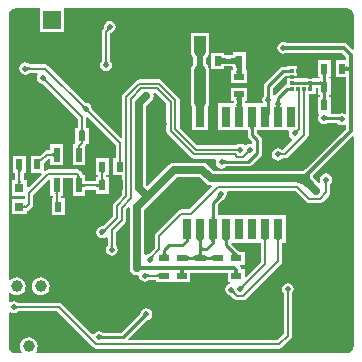
<source format=gbl>
G04*
G04 #@! TF.GenerationSoftware,Altium Limited,Altium Designer,19.0.14 (431)*
G04*
G04 Layer_Physical_Order=2*
G04 Layer_Color=16711680*
%FSAX25Y25*%
%MOIN*%
G70*
G01*
G75*
%ADD11C,0.00787*%
%ADD13C,0.01181*%
%ADD27R,0.02362X0.03543*%
%ADD28R,0.03543X0.02362*%
%ADD35R,0.05906X0.05906*%
%ADD36R,0.03937X0.03937*%
%ADD37R,0.04134X0.08661*%
%ADD70C,0.01575*%
%ADD71C,0.02756*%
%ADD73C,0.00984*%
%ADD74C,0.04000*%
%ADD75C,0.05906*%
%ADD76C,0.03902*%
%ADD77C,0.01968*%
%ADD78R,0.01378X0.01476*%
%ADD79R,0.01476X0.01378*%
%ADD80R,0.02200X0.05000*%
%ADD81R,0.03150X0.03150*%
%ADD82R,0.02756X0.07087*%
%ADD83R,0.03150X0.07087*%
G36*
X0822105Y0705922D02*
X0822894Y0705394D01*
X0823422Y0704605D01*
X0823594Y0703739D01*
X0823581Y0703673D01*
Y0692401D01*
X0823119Y0692210D01*
X0821336Y0693993D01*
X0820810Y0694345D01*
X0820189Y0694468D01*
X0801156D01*
X0800786Y0694716D01*
X0800012Y0694870D01*
X0799238Y0694716D01*
X0798581Y0694277D01*
X0798143Y0693621D01*
X0797989Y0692846D01*
X0798143Y0692072D01*
X0798581Y0691416D01*
X0799238Y0690977D01*
X0800012Y0690823D01*
X0800786Y0690977D01*
X0801156Y0691225D01*
X0801158Y0691225D01*
X0819517D01*
X0820930Y0689813D01*
Y0688728D01*
X0817516D01*
Y0683185D01*
X0820930D01*
Y0670989D01*
X0820488Y0670753D01*
X0820274Y0670897D01*
X0819500Y0671051D01*
X0819027Y0670957D01*
X0818417Y0670943D01*
X0816457D01*
X0815972Y0670980D01*
Y0676524D01*
X0815313D01*
Y0677123D01*
X0815972D01*
Y0682666D01*
X0815313D01*
Y0683185D01*
X0815972D01*
Y0688728D01*
X0811610D01*
Y0683185D01*
X0812270D01*
Y0682666D01*
X0811610D01*
Y0682655D01*
X0810805D01*
Y0682823D01*
X0807329D01*
Y0682655D01*
X0804801D01*
Y0682823D01*
X0801325D01*
Y0681164D01*
X0801291Y0680687D01*
X0800709Y0680571D01*
X0800216Y0680241D01*
X0797263Y0677288D01*
X0797112Y0677063D01*
X0796612Y0677214D01*
Y0679519D01*
X0800642Y0683549D01*
X0801325D01*
Y0683382D01*
X0804801D01*
Y0686760D01*
X0801325D01*
Y0686592D01*
X0800012D01*
X0799430Y0686476D01*
X0798936Y0686147D01*
X0794015Y0681225D01*
X0793685Y0680732D01*
X0793569Y0680150D01*
Y0676867D01*
X0793221Y0676347D01*
X0793067Y0675573D01*
X0793190Y0674957D01*
X0792894Y0674457D01*
X0787197D01*
X0787177Y0674579D01*
X0787169Y0674676D01*
Y0674993D01*
X0787178Y0675093D01*
X0787197Y0675213D01*
X0788118D01*
Y0679575D01*
X0782575D01*
Y0675213D01*
X0783496D01*
X0783515Y0675093D01*
X0783524Y0674993D01*
Y0674676D01*
X0783516Y0674579D01*
X0783496Y0674457D01*
X0778441D01*
Y0665370D01*
X0788156D01*
Y0663798D01*
X0788272Y0663216D01*
X0788601Y0662722D01*
X0789712Y0661612D01*
X0789687Y0661215D01*
X0789228Y0660865D01*
X0788988Y0660913D01*
X0788214Y0660759D01*
X0787558Y0660320D01*
X0787171D01*
X0786514Y0660759D01*
X0785740Y0660913D01*
X0784966Y0660759D01*
X0784310Y0660320D01*
X0784303Y0660311D01*
X0771467D01*
X0765523Y0666254D01*
Y0675606D01*
X0765415Y0676150D01*
X0765107Y0676611D01*
X0759776Y0681942D01*
X0759315Y0682250D01*
X0758772Y0682358D01*
X0752115D01*
X0751572Y0682250D01*
X0751111Y0681942D01*
X0746753Y0677584D01*
X0746445Y0677123D01*
X0746337Y0676579D01*
Y0663063D01*
X0745875Y0662871D01*
X0736186Y0672560D01*
X0736189Y0672571D01*
X0736034Y0673345D01*
X0735596Y0674001D01*
X0734940Y0674440D01*
X0734165Y0674594D01*
X0734154Y0674592D01*
X0721784Y0686962D01*
X0721323Y0687269D01*
X0720780Y0687378D01*
X0715524D01*
X0715517Y0687387D01*
X0714861Y0687826D01*
X0714087Y0687980D01*
X0713312Y0687826D01*
X0712656Y0687387D01*
X0712218Y0686731D01*
X0712064Y0685957D01*
X0712218Y0685183D01*
X0712656Y0684526D01*
X0713312Y0684088D01*
X0714087Y0683934D01*
X0714861Y0684088D01*
X0715517Y0684526D01*
X0715524Y0684536D01*
X0717995D01*
X0718262Y0684036D01*
X0718025Y0683680D01*
X0717871Y0682905D01*
X0718025Y0682131D01*
X0718463Y0681475D01*
X0719120Y0681036D01*
X0719894Y0680882D01*
X0719905Y0680885D01*
X0731563Y0669226D01*
Y0666287D01*
X0730803D01*
Y0660907D01*
X0730676Y0660716D01*
X0729860D01*
Y0653717D01*
X0734060D01*
Y0660255D01*
X0734297Y0660610D01*
X0734324Y0660744D01*
X0735165D01*
Y0666287D01*
X0734405D01*
Y0669614D01*
X0734901Y0669826D01*
X0744162Y0660565D01*
Y0656051D01*
X0743402D01*
Y0650508D01*
X0746337D01*
Y0643937D01*
X0743692Y0641292D01*
X0743384Y0640831D01*
X0743276Y0640287D01*
Y0636760D01*
X0739856Y0633340D01*
X0739777Y0633356D01*
X0739003Y0633202D01*
X0738347Y0632763D01*
X0737908Y0632107D01*
X0737754Y0631333D01*
X0737908Y0630558D01*
X0738347Y0629902D01*
X0739003Y0629464D01*
X0739777Y0629310D01*
X0740551Y0629464D01*
X0741006Y0629767D01*
X0741506Y0629517D01*
Y0627061D01*
X0741496Y0627054D01*
X0741058Y0626398D01*
X0740904Y0625624D01*
X0741058Y0624850D01*
X0741496Y0624193D01*
X0742153Y0623755D01*
X0742927Y0623601D01*
X0743701Y0623755D01*
X0744357Y0624193D01*
X0744796Y0624850D01*
X0744950Y0625624D01*
X0744796Y0626398D01*
X0744357Y0627054D01*
X0744348Y0627061D01*
Y0631586D01*
X0747276Y0634514D01*
X0747584Y0634975D01*
X0747693Y0635519D01*
Y0639046D01*
X0748450Y0639803D01*
X0748949Y0639596D01*
Y0619520D01*
X0749134Y0618592D01*
X0749660Y0617805D01*
X0750446Y0617280D01*
X0751374Y0617095D01*
X0751486Y0617117D01*
X0751976Y0616705D01*
X0752080Y0616186D01*
X0752518Y0615530D01*
X0753175Y0615092D01*
X0753949Y0614937D01*
X0754723Y0615092D01*
X0755379Y0615530D01*
X0755386Y0615540D01*
X0757673D01*
Y0614681D01*
X0763216D01*
Y0614681D01*
X0763579D01*
Y0614681D01*
X0769122D01*
Y0617914D01*
X0781689D01*
Y0614681D01*
X0782225D01*
X0782275Y0614181D01*
X0781918Y0614110D01*
X0781262Y0613672D01*
X0780824Y0613015D01*
X0780669Y0612241D01*
X0780824Y0611467D01*
X0781262Y0610811D01*
X0781918Y0610372D01*
X0782693Y0610218D01*
X0782704Y0610220D01*
X0783750Y0609174D01*
X0784211Y0608866D01*
X0784755Y0608758D01*
X0786725D01*
X0787269Y0608866D01*
X0787730Y0609174D01*
X0799343Y0620787D01*
X0799651Y0621248D01*
X0799760Y0621792D01*
Y0627969D01*
X0800913D01*
Y0637055D01*
X0778206D01*
Y0640670D01*
X0779691Y0642154D01*
X0779753Y0642202D01*
X0779755Y0642203D01*
X0779766Y0642209D01*
X0780022Y0642260D01*
X0780678Y0642698D01*
X0781117Y0643354D01*
X0781271Y0644129D01*
X0781180Y0644586D01*
X0781550Y0645086D01*
X0804152D01*
X0807691Y0641546D01*
X0808152Y0641238D01*
X0808696Y0641130D01*
X0812194D01*
X0812738Y0641238D01*
X0813199Y0641546D01*
X0815288Y0643636D01*
X0815596Y0644097D01*
X0815705Y0644641D01*
Y0647512D01*
X0815714Y0647518D01*
X0816153Y0648175D01*
X0816307Y0648949D01*
X0816153Y0649723D01*
X0815714Y0650379D01*
X0815058Y0650818D01*
X0814283Y0650972D01*
X0813509Y0650818D01*
X0812853Y0650379D01*
X0812414Y0649723D01*
X0812260Y0648949D01*
X0812414Y0648175D01*
X0812574Y0647935D01*
X0812544Y0647836D01*
X0811977Y0647696D01*
X0810399Y0649274D01*
X0810271Y0649423D01*
X0810067Y0649695D01*
X0809925Y0649922D01*
X0809842Y0650094D01*
X0809840Y0650101D01*
X0810372Y0650717D01*
X0823119Y0663463D01*
X0823581Y0663272D01*
Y0593437D01*
X0823594Y0593371D01*
X0823422Y0592506D01*
X0822894Y0591716D01*
X0822105Y0591188D01*
X0821239Y0591016D01*
X0821173Y0591029D01*
X0717776D01*
X0717529Y0591529D01*
X0717806Y0591890D01*
X0718103Y0592608D01*
X0718205Y0593378D01*
X0718103Y0594148D01*
X0717806Y0594866D01*
X0717333Y0595482D01*
X0716716Y0595956D01*
X0715999Y0596253D01*
X0715228Y0596354D01*
X0714458Y0596253D01*
X0713740Y0595956D01*
X0713124Y0595482D01*
X0712651Y0594866D01*
X0712354Y0594148D01*
X0712252Y0593378D01*
X0712354Y0592608D01*
X0712651Y0591890D01*
X0712927Y0591529D01*
X0712681Y0591029D01*
X0710937D01*
X0710871Y0591016D01*
X0710006Y0591188D01*
X0709216Y0591716D01*
X0708688Y0592506D01*
X0708516Y0593371D01*
X0708529Y0593437D01*
Y0604598D01*
X0709029Y0604857D01*
X0709474Y0604560D01*
X0710248Y0604406D01*
X0711022Y0604560D01*
X0711679Y0604999D01*
X0711685Y0605008D01*
X0724702D01*
X0736703Y0593007D01*
X0737164Y0592699D01*
X0737708Y0592591D01*
X0798625D01*
X0799169Y0592699D01*
X0799630Y0593007D01*
X0802588Y0595965D01*
X0802896Y0596426D01*
X0803004Y0596969D01*
Y0610996D01*
X0803013Y0611002D01*
X0803452Y0611659D01*
X0803606Y0612433D01*
X0803452Y0613207D01*
X0803013Y0613864D01*
X0802357Y0614302D01*
X0801583Y0614456D01*
X0800809Y0614302D01*
X0800152Y0613864D01*
X0799714Y0613207D01*
X0799560Y0612433D01*
X0799714Y0611659D01*
X0800152Y0611002D01*
X0800162Y0610996D01*
Y0597558D01*
X0798036Y0595433D01*
X0748612D01*
X0748420Y0595895D01*
X0754601Y0602076D01*
X0755215Y0602198D01*
X0755871Y0602636D01*
X0756310Y0603293D01*
X0756464Y0604067D01*
X0756310Y0604841D01*
X0755871Y0605498D01*
X0755215Y0605936D01*
X0754441Y0606090D01*
X0753667Y0605936D01*
X0753010Y0605498D01*
X0752572Y0604841D01*
X0752450Y0604227D01*
X0746134Y0597911D01*
X0739988D01*
X0739467Y0598259D01*
X0738693Y0598413D01*
X0737919Y0598259D01*
X0737262Y0597820D01*
X0737004Y0597433D01*
X0736388Y0597341D01*
X0726295Y0607434D01*
X0725834Y0607742D01*
X0725291Y0607850D01*
X0711685D01*
X0711679Y0607860D01*
X0711022Y0608298D01*
X0710248Y0608452D01*
X0709474Y0608298D01*
X0709029Y0608001D01*
X0708529Y0608260D01*
Y0611227D01*
X0709029Y0611397D01*
X0709124Y0611273D01*
X0709740Y0610801D01*
X0710458Y0610503D01*
X0711228Y0610402D01*
X0711999Y0610503D01*
X0712716Y0610801D01*
X0713333Y0611273D01*
X0713806Y0611890D01*
X0714103Y0612608D01*
X0714205Y0613378D01*
X0714103Y0614148D01*
X0713806Y0614866D01*
X0713333Y0615483D01*
X0712716Y0615955D01*
X0711999Y0616253D01*
X0711228Y0616354D01*
X0710458Y0616253D01*
X0709740Y0615955D01*
X0709124Y0615483D01*
X0709029Y0615359D01*
X0708529Y0615529D01*
Y0703673D01*
X0708516Y0703739D01*
X0708688Y0704605D01*
X0709216Y0705394D01*
X0710006Y0705922D01*
X0710871Y0706094D01*
X0710937Y0706081D01*
X0718477D01*
X0718964Y0706051D01*
X0718964Y0705581D01*
Y0698146D01*
X0726870D01*
X0726870Y0706051D01*
X0727358Y0706081D01*
X0821173D01*
X0821239Y0706094D01*
X0822105Y0705922D01*
D02*
G37*
G36*
X0800739Y0693517D02*
X0800773Y0693500D01*
X0800816Y0693485D01*
X0800869Y0693472D01*
X0800932Y0693462D01*
X0801086Y0693446D01*
X0801279Y0693438D01*
X0801390Y0693437D01*
Y0692256D01*
X0801279Y0692255D01*
X0800932Y0692231D01*
X0800869Y0692220D01*
X0800816Y0692208D01*
X0800773Y0692193D01*
X0800739Y0692176D01*
X0800715Y0692158D01*
Y0693535D01*
X0800739Y0693517D01*
D02*
G37*
G36*
X0714850Y0686590D02*
X0714914Y0686539D01*
X0714982Y0686495D01*
X0715055Y0686457D01*
X0715132Y0686424D01*
X0715213Y0686398D01*
X0715298Y0686377D01*
X0715388Y0686362D01*
X0715481Y0686353D01*
X0715579Y0686350D01*
Y0685563D01*
X0715481Y0685560D01*
X0715388Y0685551D01*
X0715298Y0685536D01*
X0715213Y0685516D01*
X0715132Y0685489D01*
X0715055Y0685457D01*
X0714982Y0685418D01*
X0714914Y0685374D01*
X0714850Y0685324D01*
X0714789Y0685268D01*
Y0686646D01*
X0714850Y0686590D01*
D02*
G37*
G36*
X0820866Y0687026D02*
X0820902Y0686925D01*
X0820961Y0686837D01*
X0821045Y0686760D01*
X0821152Y0686695D01*
X0821284Y0686642D01*
X0821439Y0686600D01*
X0821618Y0686571D01*
X0821820Y0686553D01*
X0822047Y0686547D01*
Y0685366D01*
X0821820Y0685360D01*
X0821618Y0685343D01*
X0821439Y0685313D01*
X0821284Y0685272D01*
X0821152Y0685218D01*
X0821045Y0685153D01*
X0820961Y0685077D01*
X0820902Y0684988D01*
X0820866Y0684888D01*
X0820854Y0684776D01*
Y0687138D01*
X0820866Y0687026D01*
D02*
G37*
G36*
X0814682Y0684187D02*
X0814598Y0684158D01*
X0814525Y0684108D01*
X0814461Y0684040D01*
X0814406Y0683951D01*
X0814362Y0683843D01*
X0814328Y0683715D01*
X0814303Y0683567D01*
X0814288Y0683400D01*
X0814283Y0683213D01*
X0813299D01*
X0813294Y0683400D01*
X0813280Y0683567D01*
X0813255Y0683715D01*
X0813221Y0683843D01*
X0813176Y0683951D01*
X0813122Y0684040D01*
X0813058Y0684108D01*
X0812984Y0684158D01*
X0812901Y0684187D01*
X0812807Y0684197D01*
X0814776D01*
X0814682Y0684187D01*
D02*
G37*
G36*
X0814288Y0682449D02*
X0814303Y0682280D01*
X0814328Y0682130D01*
X0814362Y0682001D01*
X0814406Y0681891D01*
X0814461Y0681802D01*
X0814525Y0681732D01*
X0814598Y0681682D01*
X0814682Y0681652D01*
X0814776Y0681642D01*
X0812807D01*
X0812901Y0681652D01*
X0812984Y0681682D01*
X0813058Y0681732D01*
X0813122Y0681802D01*
X0813176Y0681891D01*
X0813221Y0682001D01*
X0813255Y0682130D01*
X0813280Y0682280D01*
X0813294Y0682449D01*
X0813299Y0682638D01*
X0814283D01*
X0814288Y0682449D01*
D02*
G37*
G36*
X0720881Y0682814D02*
X0720891Y0682733D01*
X0720908Y0682653D01*
X0720932Y0682575D01*
X0720963Y0682497D01*
X0721002Y0682421D01*
X0721047Y0682346D01*
X0721100Y0682272D01*
X0721160Y0682200D01*
X0721228Y0682128D01*
X0720671Y0681572D01*
X0720599Y0681639D01*
X0720527Y0681699D01*
X0720453Y0681752D01*
X0720378Y0681797D01*
X0720302Y0681836D01*
X0720225Y0681867D01*
X0720146Y0681892D01*
X0720066Y0681909D01*
X0719986Y0681919D01*
X0719904Y0681921D01*
X0720878Y0682896D01*
X0720881Y0682814D01*
D02*
G37*
G36*
X0812634Y0680150D02*
X0812624Y0680243D01*
X0812593Y0680327D01*
X0812543Y0680401D01*
X0812473Y0680465D01*
X0812383Y0680519D01*
X0812274Y0680563D01*
X0812144Y0680597D01*
X0811995Y0680622D01*
X0811827Y0680637D01*
X0811638Y0680642D01*
Y0681626D01*
X0812622Y0681654D01*
X0812634Y0680150D01*
D02*
G37*
G36*
X0814682Y0678125D02*
X0814598Y0678095D01*
X0814525Y0678046D01*
X0814461Y0677977D01*
X0814406Y0677889D01*
X0814362Y0677780D01*
X0814328Y0677653D01*
X0814303Y0677505D01*
X0814288Y0677338D01*
X0814283Y0677151D01*
X0813299D01*
X0813294Y0677338D01*
X0813280Y0677505D01*
X0813255Y0677653D01*
X0813221Y0677780D01*
X0813176Y0677889D01*
X0813122Y0677977D01*
X0813058Y0678046D01*
X0812984Y0678095D01*
X0812901Y0678125D01*
X0812807Y0678135D01*
X0814776D01*
X0814682Y0678125D01*
D02*
G37*
G36*
X0795585Y0676910D02*
X0795600Y0676719D01*
X0795614Y0676635D01*
X0795632Y0676557D01*
X0795653Y0676487D01*
X0795679Y0676423D01*
X0795709Y0676367D01*
X0795742Y0676318D01*
X0795780Y0676276D01*
X0794402D01*
X0794439Y0676318D01*
X0794473Y0676367D01*
X0794502Y0676423D01*
X0794528Y0676487D01*
X0794549Y0676557D01*
X0794567Y0676635D01*
X0794581Y0676719D01*
X0794591Y0676811D01*
X0794598Y0677016D01*
X0795583D01*
X0795585Y0676910D01*
D02*
G37*
G36*
X0814288Y0676307D02*
X0814303Y0676137D01*
X0814328Y0675988D01*
X0814362Y0675858D01*
X0814406Y0675749D01*
X0814461Y0675659D01*
X0814525Y0675589D01*
X0814598Y0675539D01*
X0814682Y0675510D01*
X0814776Y0675500D01*
X0812807D01*
X0812901Y0675510D01*
X0812984Y0675539D01*
X0813058Y0675589D01*
X0813122Y0675659D01*
X0813176Y0675749D01*
X0813221Y0675858D01*
X0813255Y0675988D01*
X0813280Y0676137D01*
X0813294Y0676307D01*
X0813299Y0676496D01*
X0814283D01*
X0814288Y0676307D01*
D02*
G37*
G36*
X0798833Y0675588D02*
X0798848Y0675397D01*
X0798862Y0675313D01*
X0798880Y0675235D01*
X0798902Y0675165D01*
X0798928Y0675102D01*
X0798957Y0675045D01*
X0798991Y0674996D01*
X0799029Y0674954D01*
X0797651Y0674948D01*
X0797688Y0674990D01*
X0797721Y0675039D01*
X0797751Y0675096D01*
X0797776Y0675159D01*
X0797798Y0675230D01*
X0797815Y0675308D01*
X0797829Y0675392D01*
X0797839Y0675484D01*
X0797847Y0675689D01*
X0798831Y0675694D01*
X0798833Y0675588D01*
D02*
G37*
G36*
X0798834Y0674097D02*
X0798859Y0673835D01*
X0798881Y0673728D01*
X0798910Y0673638D01*
X0798944Y0673564D01*
X0798960Y0673542D01*
X0799029Y0673542D01*
X0798992Y0673501D01*
X0799033Y0673465D01*
X0799087Y0673441D01*
X0799147Y0673433D01*
X0798948D01*
X0798928Y0673395D01*
X0798902Y0673331D01*
X0798880Y0673261D01*
X0798862Y0673184D01*
X0798848Y0673099D01*
X0798839Y0673007D01*
X0798831Y0672803D01*
X0797847Y0672808D01*
X0797845Y0672914D01*
X0797829Y0673104D01*
X0797815Y0673189D01*
X0797798Y0673267D01*
X0797776Y0673337D01*
X0797751Y0673401D01*
X0797734Y0673433D01*
X0797531D01*
X0797591Y0673441D01*
X0797644Y0673465D01*
X0797689Y0673504D01*
X0797688Y0673506D01*
X0797651Y0673549D01*
X0797721Y0673548D01*
X0797733Y0673564D01*
X0797767Y0673638D01*
X0797796Y0673728D01*
X0797818Y0673835D01*
X0797834Y0673957D01*
X0797843Y0674097D01*
X0797847Y0674253D01*
X0798831D01*
X0798834Y0674097D01*
D02*
G37*
G36*
X0786772Y0676221D02*
X0786638Y0676173D01*
X0786520Y0676094D01*
X0786417Y0675983D01*
X0786331Y0675840D01*
X0786260Y0675665D01*
X0786205Y0675459D01*
X0786165Y0675221D01*
X0786142Y0674951D01*
X0786139Y0674834D01*
X0786142Y0674720D01*
X0786165Y0674453D01*
X0786204Y0674216D01*
X0786258Y0674012D01*
X0786328Y0673838D01*
X0786413Y0673697D01*
X0786514Y0673586D01*
X0786630Y0673508D01*
X0786762Y0673460D01*
X0786909Y0673445D01*
X0783784D01*
X0783931Y0673460D01*
X0784063Y0673508D01*
X0784179Y0673586D01*
X0784280Y0673697D01*
X0784365Y0673838D01*
X0784435Y0674012D01*
X0784489Y0674216D01*
X0784528Y0674453D01*
X0784551Y0674720D01*
X0784554Y0674834D01*
X0784551Y0674951D01*
X0784528Y0675221D01*
X0784488Y0675459D01*
X0784433Y0675665D01*
X0784362Y0675840D01*
X0784276Y0675983D01*
X0784173Y0676094D01*
X0784055Y0676173D01*
X0783921Y0676221D01*
X0783772Y0676237D01*
X0786921D01*
X0786772Y0676221D01*
D02*
G37*
G36*
X0795742Y0674828D02*
X0795709Y0674779D01*
X0795679Y0674722D01*
X0795653Y0674659D01*
X0795632Y0674588D01*
X0795614Y0674511D01*
X0795600Y0674426D01*
X0795591Y0674335D01*
X0795583Y0674130D01*
X0795579D01*
X0795571Y0673445D01*
X0794106Y0673433D01*
X0794200Y0673443D01*
X0794283Y0673474D01*
X0794357Y0673524D01*
X0794421Y0673594D01*
X0794475Y0673684D01*
X0794520Y0673793D01*
X0794554Y0673922D01*
X0794579Y0674072D01*
X0794593Y0674240D01*
X0794594Y0674264D01*
X0794581Y0674426D01*
X0794567Y0674511D01*
X0794549Y0674588D01*
X0794528Y0674659D01*
X0794502Y0674722D01*
X0794473Y0674779D01*
X0794439Y0674828D01*
X0794402Y0674870D01*
X0795780D01*
X0795742Y0674828D01*
D02*
G37*
G36*
X0733460Y0673838D02*
X0733532Y0673777D01*
X0733606Y0673725D01*
X0733681Y0673679D01*
X0733757Y0673640D01*
X0733834Y0673609D01*
X0733913Y0673585D01*
X0733992Y0673568D01*
X0734073Y0673558D01*
X0734156Y0673555D01*
X0733181Y0672581D01*
X0733178Y0672663D01*
X0733169Y0672744D01*
X0733151Y0672823D01*
X0733127Y0672902D01*
X0733096Y0672979D01*
X0733057Y0673055D01*
X0733012Y0673130D01*
X0732959Y0673204D01*
X0732899Y0673277D01*
X0732831Y0673348D01*
X0733388Y0673905D01*
X0733460Y0673838D01*
D02*
G37*
G36*
X0735152Y0672479D02*
X0735162Y0672398D01*
X0735179Y0672318D01*
X0735204Y0672240D01*
X0735235Y0672162D01*
X0735273Y0672086D01*
X0735319Y0672011D01*
X0735372Y0671938D01*
X0735432Y0671865D01*
X0735499Y0671794D01*
X0734942Y0671237D01*
X0734871Y0671304D01*
X0734798Y0671364D01*
X0734725Y0671417D01*
X0734650Y0671463D01*
X0734574Y0671501D01*
X0734496Y0671533D01*
X0734418Y0671557D01*
X0734338Y0671574D01*
X0734257Y0671584D01*
X0734175Y0671587D01*
X0735149Y0672561D01*
X0735152Y0672479D01*
D02*
G37*
G36*
X0814340Y0670073D02*
X0814389Y0670039D01*
X0814445Y0670010D01*
X0814508Y0669984D01*
X0814579Y0669963D01*
X0814656Y0669945D01*
X0814741Y0669931D01*
X0814833Y0669921D01*
X0815037Y0669913D01*
Y0668929D01*
X0814931Y0668927D01*
X0814741Y0668911D01*
X0814656Y0668898D01*
X0814579Y0668880D01*
X0814508Y0668858D01*
X0814445Y0668833D01*
X0814389Y0668803D01*
X0814340Y0668770D01*
X0814297Y0668732D01*
Y0670110D01*
X0814340Y0670073D01*
D02*
G37*
G36*
X0818580Y0668677D02*
X0818556Y0668725D01*
X0818524Y0668768D01*
X0818481Y0668806D01*
X0818430Y0668839D01*
X0818370Y0668866D01*
X0818300Y0668889D01*
X0818221Y0668906D01*
X0818134Y0668919D01*
X0818036Y0668927D01*
X0817930Y0668929D01*
X0818007Y0669913D01*
X0819129Y0669939D01*
X0818580Y0668677D01*
D02*
G37*
G36*
X0790568Y0666384D02*
X0790484Y0666354D01*
X0790410Y0666304D01*
X0790346Y0666235D01*
X0790292Y0666145D01*
X0790248Y0666035D01*
X0790214Y0665906D01*
X0790189Y0665757D01*
X0790174Y0665587D01*
X0790169Y0665398D01*
X0789185D01*
X0789180Y0665587D01*
X0789165Y0665757D01*
X0789141Y0665906D01*
X0789106Y0666035D01*
X0789062Y0666145D01*
X0789008Y0666235D01*
X0788944Y0666304D01*
X0788870Y0666354D01*
X0788786Y0666384D01*
X0788693Y0666394D01*
X0790661D01*
X0790568Y0666384D01*
D02*
G37*
G36*
X0733382Y0665911D02*
X0733394Y0665775D01*
X0733413Y0665655D01*
X0733441Y0665551D01*
X0733476Y0665463D01*
X0733520Y0665391D01*
X0733571Y0665335D01*
X0733630Y0665295D01*
X0733697Y0665271D01*
X0733772Y0665263D01*
X0732197D01*
X0732272Y0665271D01*
X0732339Y0665295D01*
X0732398Y0665335D01*
X0732449Y0665391D01*
X0732492Y0665463D01*
X0732528Y0665551D01*
X0732555Y0665655D01*
X0732575Y0665775D01*
X0732587Y0665911D01*
X0732590Y0666063D01*
X0733378D01*
X0733382Y0665911D01*
D02*
G37*
G36*
X0733547Y0661750D02*
X0733512Y0661732D01*
X0733480Y0661702D01*
X0733453Y0661660D01*
X0733430Y0661606D01*
X0733411Y0661539D01*
X0733397Y0661461D01*
X0733386Y0661371D01*
X0733380Y0661268D01*
X0733378Y0661154D01*
X0732590D01*
X0732588Y0661268D01*
X0732572Y0661461D01*
X0732557Y0661539D01*
X0732538Y0661606D01*
X0732515Y0661660D01*
X0732488Y0661702D01*
X0732457Y0661732D01*
X0732421Y0661750D01*
X0732382Y0661756D01*
X0733587D01*
X0733547Y0661750D01*
D02*
G37*
G36*
X0732354Y0660046D02*
X0732373Y0659710D01*
X0732378Y0659697D01*
X0732384Y0659692D01*
X0731535D01*
X0731541Y0659697D01*
X0731546Y0659710D01*
X0731551Y0659732D01*
X0731555Y0659762D01*
X0731561Y0659850D01*
X0731566Y0660129D01*
X0732353D01*
X0732354Y0660046D01*
D02*
G37*
G36*
X0811610Y0677123D02*
X0812270D01*
Y0676524D01*
X0811610D01*
Y0670980D01*
X0811648D01*
X0811916Y0670480D01*
X0811725Y0670195D01*
X0811571Y0669421D01*
X0811725Y0668647D01*
X0812164Y0667991D01*
X0812820Y0667552D01*
X0813595Y0667398D01*
X0814369Y0667552D01*
X0814889Y0667900D01*
X0817867D01*
X0818069Y0667597D01*
X0818726Y0667158D01*
X0819500Y0667004D01*
X0820274Y0667158D01*
X0820488Y0667302D01*
X0820930Y0667066D01*
Y0665861D01*
X0807985Y0652916D01*
X0807537Y0652499D01*
X0807047Y0652088D01*
X0806869Y0651957D01*
X0806729Y0651866D01*
X0806728Y0651865D01*
X0776886D01*
X0774840Y0653911D01*
X0774054Y0654437D01*
X0773126Y0654621D01*
X0763693D01*
X0763693Y0654621D01*
X0762765Y0654437D01*
X0761978Y0653911D01*
X0754764Y0646697D01*
X0754405Y0647055D01*
Y0673338D01*
X0756155Y0675089D01*
X0756681Y0675875D01*
X0756866Y0676803D01*
X0756739Y0677441D01*
X0757055Y0677883D01*
X0757563Y0677909D01*
X0761107Y0674365D01*
Y0665013D01*
X0761215Y0664469D01*
X0761523Y0664008D01*
X0769221Y0656310D01*
X0769682Y0656002D01*
X0770226Y0655894D01*
X0777449D01*
X0777654Y0655509D01*
X0777663Y0655394D01*
X0777516Y0654658D01*
X0777670Y0653883D01*
X0778109Y0653227D01*
X0778765Y0652788D01*
X0779539Y0652634D01*
X0780314Y0652788D01*
X0780970Y0653227D01*
X0781030Y0653317D01*
X0788439D01*
X0789021Y0653433D01*
X0789515Y0653763D01*
X0792540Y0656788D01*
X0792540Y0656788D01*
X0792870Y0657282D01*
X0792986Y0657864D01*
Y0662011D01*
X0792986Y0662011D01*
X0792870Y0662593D01*
X0792540Y0663087D01*
X0792540Y0663087D01*
X0791198Y0664428D01*
Y0665370D01*
X0801722D01*
X0802042Y0664870D01*
X0801930Y0664307D01*
X0802084Y0663533D01*
X0802523Y0662876D01*
X0802994Y0662562D01*
X0803118Y0661979D01*
X0800064Y0658924D01*
X0799599D01*
X0799589Y0658926D01*
X0799559Y0658931D01*
X0799534Y0658937D01*
X0799514Y0658943D01*
X0799498Y0658949D01*
X0799486Y0658955D01*
X0799476Y0658961D01*
X0799437Y0658985D01*
X0799354Y0659018D01*
X0799105Y0659184D01*
X0798331Y0659338D01*
X0797556Y0659184D01*
X0796900Y0658745D01*
X0796462Y0658089D01*
X0796308Y0657315D01*
X0796462Y0656541D01*
X0796900Y0655884D01*
X0797556Y0655446D01*
X0798331Y0655292D01*
X0799105Y0655446D01*
X0799761Y0655884D01*
X0799894Y0656082D01*
X0800652D01*
X0801196Y0656190D01*
X0801657Y0656498D01*
X0808054Y0662895D01*
X0808362Y0663356D01*
X0808470Y0663900D01*
Y0677378D01*
X0808738D01*
Y0677476D01*
X0810805D01*
Y0679612D01*
X0811610D01*
Y0677123D01*
D02*
G37*
G36*
X0789060Y0657908D02*
X0788978Y0657899D01*
X0788898Y0657883D01*
X0788818Y0657861D01*
X0788740Y0657833D01*
X0788663Y0657798D01*
X0788588Y0657757D01*
X0788513Y0657709D01*
X0788440Y0657654D01*
X0788368Y0657594D01*
X0788297Y0657527D01*
X0787690Y0658033D01*
X0787757Y0658105D01*
X0787816Y0658178D01*
X0787868Y0658252D01*
X0787912Y0658327D01*
X0787948Y0658403D01*
X0787976Y0658480D01*
X0787995Y0658558D01*
X0788008Y0658637D01*
X0788012Y0658717D01*
X0788008Y0658799D01*
X0789060Y0657908D01*
D02*
G37*
G36*
X0798957Y0658082D02*
X0799028Y0658043D01*
X0799103Y0658009D01*
X0799181Y0657979D01*
X0799262Y0657954D01*
X0799346Y0657934D01*
X0799433Y0657918D01*
X0799524Y0657906D01*
X0799618Y0657899D01*
X0799715Y0657897D01*
X0799884Y0657110D01*
X0799785Y0657106D01*
X0799691Y0657096D01*
X0799604Y0657079D01*
X0799522Y0657056D01*
X0799446Y0657025D01*
X0799376Y0656988D01*
X0799311Y0656945D01*
X0799253Y0656894D01*
X0799200Y0656837D01*
X0799152Y0656773D01*
X0798889Y0658126D01*
X0798957Y0658082D01*
D02*
G37*
G36*
X0780145Y0655439D02*
X0780194Y0655416D01*
X0780251Y0655396D01*
X0780314Y0655379D01*
X0780385Y0655364D01*
X0780548Y0655343D01*
X0780641Y0655336D01*
X0780848Y0655331D01*
X0781064Y0654347D01*
X0780958Y0654344D01*
X0780770Y0654325D01*
X0780688Y0654309D01*
X0780613Y0654287D01*
X0780546Y0654261D01*
X0780487Y0654230D01*
X0780436Y0654195D01*
X0780393Y0654155D01*
X0780357Y0654110D01*
X0780103Y0655464D01*
X0780145Y0655439D01*
D02*
G37*
G36*
X0814916Y0648186D02*
X0814866Y0648122D01*
X0814822Y0648053D01*
X0814783Y0647981D01*
X0814751Y0647904D01*
X0814724Y0647823D01*
X0814704Y0647737D01*
X0814689Y0647648D01*
X0814680Y0647554D01*
X0814677Y0647456D01*
X0813890D01*
X0813887Y0647554D01*
X0813878Y0647648D01*
X0813863Y0647737D01*
X0813842Y0647823D01*
X0813816Y0647904D01*
X0813783Y0647981D01*
X0813745Y0648053D01*
X0813701Y0648122D01*
X0813651Y0648186D01*
X0813595Y0648246D01*
X0814972D01*
X0814916Y0648186D01*
D02*
G37*
G36*
X0810050Y0651852D02*
X0809695Y0651492D01*
X0808817Y0650476D01*
X0808808Y0650454D01*
X0808780Y0650232D01*
X0808808Y0649987D01*
X0808891Y0649719D01*
X0809030Y0649430D01*
X0809225Y0649118D01*
X0809476Y0648784D01*
X0809782Y0648428D01*
X0810144Y0648049D01*
X0808181Y0646114D01*
X0807783Y0646485D01*
X0807369Y0646816D01*
X0806939Y0647108D01*
X0806493Y0647361D01*
X0806031Y0647576D01*
X0805552Y0647751D01*
X0805057Y0647888D01*
X0804547Y0647985D01*
X0804020Y0648043D01*
X0803477Y0648063D01*
X0806803Y0649441D01*
X0807651Y0649971D01*
X0806802Y0650819D01*
X0806924Y0650838D01*
X0807073Y0650894D01*
X0807248Y0650987D01*
X0807449Y0651118D01*
X0807677Y0651286D01*
X0808213Y0651735D01*
X0808854Y0652333D01*
X0809215Y0652688D01*
X0810050Y0651852D01*
D02*
G37*
G36*
X0779426Y0643161D02*
X0779379Y0643149D01*
X0779329Y0643130D01*
X0779276Y0643104D01*
X0779219Y0643071D01*
X0779159Y0643032D01*
X0779029Y0642931D01*
X0778959Y0642870D01*
X0778808Y0642727D01*
X0777953Y0643264D01*
X0778026Y0643340D01*
X0778146Y0643487D01*
X0778192Y0643557D01*
X0778230Y0643624D01*
X0778258Y0643690D01*
X0778278Y0643753D01*
X0778289Y0643815D01*
X0778291Y0643874D01*
X0778284Y0643931D01*
X0779426Y0643161D01*
D02*
G37*
G36*
X0777182Y0636838D02*
X0777197Y0636669D01*
X0777221Y0636519D01*
X0777256Y0636390D01*
X0777300Y0636280D01*
X0777354Y0636191D01*
X0777418Y0636121D01*
X0777492Y0636071D01*
X0777576Y0636041D01*
X0777669Y0636031D01*
X0775701D01*
X0775794Y0636041D01*
X0775878Y0636071D01*
X0775952Y0636121D01*
X0776016Y0636191D01*
X0776070Y0636280D01*
X0776114Y0636390D01*
X0776149Y0636519D01*
X0776173Y0636669D01*
X0776188Y0636838D01*
X0776193Y0637027D01*
X0777177D01*
X0777182Y0636838D01*
D02*
G37*
G36*
X0741132Y0632050D02*
X0741065Y0631979D01*
X0741005Y0631907D01*
X0740951Y0631833D01*
X0740904Y0631759D01*
X0740863Y0631683D01*
X0740829Y0631606D01*
X0740802Y0631527D01*
X0740782Y0631448D01*
X0740768Y0631367D01*
X0740760Y0631285D01*
X0739844Y0632315D01*
X0739926Y0632313D01*
X0740006Y0632319D01*
X0740086Y0632332D01*
X0740164Y0632354D01*
X0740241Y0632382D01*
X0740318Y0632419D01*
X0740393Y0632463D01*
X0740466Y0632515D01*
X0740539Y0632575D01*
X0740611Y0632642D01*
X0741132Y0632050D01*
D02*
G37*
G36*
X0799051Y0628984D02*
X0798984Y0628961D01*
X0798925Y0628921D01*
X0798874Y0628865D01*
X0798831Y0628793D01*
X0798795Y0628705D01*
X0798768Y0628601D01*
X0798748Y0628481D01*
X0798736Y0628345D01*
X0798732Y0628193D01*
X0797945D01*
X0797941Y0628345D01*
X0797929Y0628481D01*
X0797909Y0628601D01*
X0797882Y0628705D01*
X0797847Y0628793D01*
X0797803Y0628865D01*
X0797752Y0628921D01*
X0797693Y0628961D01*
X0797626Y0628984D01*
X0797551Y0628993D01*
X0799126D01*
X0799051Y0628984D01*
D02*
G37*
G36*
X0794721D02*
X0794654Y0628961D01*
X0794594Y0628921D01*
X0794543Y0628865D01*
X0794500Y0628793D01*
X0794465Y0628705D01*
X0794437Y0628601D01*
X0794417Y0628481D01*
X0794406Y0628345D01*
X0794402Y0628193D01*
X0793614D01*
X0793610Y0628345D01*
X0793598Y0628481D01*
X0793579Y0628601D01*
X0793551Y0628705D01*
X0793516Y0628793D01*
X0793472Y0628865D01*
X0793421Y0628921D01*
X0793362Y0628961D01*
X0793295Y0628984D01*
X0793221Y0628993D01*
X0794795D01*
X0794721Y0628984D01*
D02*
G37*
G36*
X0781907Y0628982D02*
X0781823Y0628953D01*
X0781749Y0628903D01*
X0781685Y0628833D01*
X0781631Y0628744D01*
X0781587Y0628634D01*
X0781552Y0628504D01*
X0781528Y0628355D01*
X0781513Y0628186D01*
X0781508Y0627996D01*
X0780524D01*
X0780519Y0628186D01*
X0780504Y0628355D01*
X0780479Y0628504D01*
X0780445Y0628634D01*
X0780401Y0628744D01*
X0780346Y0628833D01*
X0780282Y0628903D01*
X0780209Y0628953D01*
X0780125Y0628982D01*
X0780031Y0628993D01*
X0782000D01*
X0781907Y0628982D01*
D02*
G37*
G36*
X0777379D02*
X0777295Y0628953D01*
X0777221Y0628903D01*
X0777157Y0628833D01*
X0777103Y0628744D01*
X0777059Y0628634D01*
X0777025Y0628504D01*
X0777000Y0628355D01*
X0776985Y0628186D01*
X0776980Y0627996D01*
X0775996D01*
X0775991Y0628186D01*
X0775976Y0628355D01*
X0775952Y0628504D01*
X0775917Y0628634D01*
X0775873Y0628744D01*
X0775819Y0628833D01*
X0775755Y0628903D01*
X0775681Y0628953D01*
X0775597Y0628982D01*
X0775504Y0628993D01*
X0777472D01*
X0777379Y0628982D01*
D02*
G37*
G36*
X0773245D02*
X0773161Y0628953D01*
X0773088Y0628903D01*
X0773024Y0628833D01*
X0772969Y0628744D01*
X0772925Y0628634D01*
X0772891Y0628504D01*
X0772866Y0628355D01*
X0772851Y0628186D01*
X0772847Y0627996D01*
X0771862D01*
X0771857Y0628186D01*
X0771842Y0628355D01*
X0771818Y0628504D01*
X0771783Y0628634D01*
X0771739Y0628744D01*
X0771685Y0628833D01*
X0771621Y0628903D01*
X0771547Y0628953D01*
X0771464Y0628982D01*
X0771370Y0628993D01*
X0773339D01*
X0773245Y0628982D01*
D02*
G37*
G36*
X0743324Y0627018D02*
X0743332Y0626925D01*
X0743347Y0626835D01*
X0743368Y0626750D01*
X0743395Y0626669D01*
X0743427Y0626592D01*
X0743465Y0626519D01*
X0743510Y0626451D01*
X0743560Y0626387D01*
X0743616Y0626327D01*
X0742238D01*
X0742294Y0626387D01*
X0742344Y0626451D01*
X0742389Y0626519D01*
X0742427Y0626592D01*
X0742459Y0626669D01*
X0742486Y0626750D01*
X0742507Y0626835D01*
X0742521Y0626925D01*
X0742530Y0627018D01*
X0742533Y0627116D01*
X0743321D01*
X0743324Y0627018D01*
D02*
G37*
G36*
X0784037Y0624780D02*
X0784430Y0624442D01*
X0784615Y0624305D01*
X0784792Y0624189D01*
X0784963Y0624094D01*
X0785125Y0624020D01*
X0785281Y0623967D01*
X0785429Y0623935D01*
X0785569Y0623925D01*
X0782785D01*
X0782913Y0623932D01*
X0783012Y0623953D01*
X0783083Y0623988D01*
X0783125Y0624038D01*
X0783139Y0624102D01*
X0783125Y0624180D01*
X0783083Y0624272D01*
X0783012Y0624378D01*
X0782913Y0624498D01*
X0782785Y0624633D01*
X0783829Y0624981D01*
X0784037Y0624780D01*
D02*
G37*
G36*
X0772856Y0627010D02*
X0772886Y0626842D01*
X0772935Y0626695D01*
X0773004Y0626567D01*
X0773093Y0626459D01*
X0773201Y0626370D01*
X0773329Y0626301D01*
X0773476Y0626252D01*
X0773644Y0626222D01*
X0773831Y0626213D01*
Y0625228D01*
X0773644Y0625218D01*
X0773476Y0625189D01*
X0773329Y0625140D01*
X0773201Y0625071D01*
X0773093Y0624982D01*
X0773004Y0624874D01*
X0772935Y0624746D01*
X0772886Y0624598D01*
X0772873Y0624523D01*
X0772891Y0624413D01*
X0772925Y0624284D01*
X0772969Y0624174D01*
X0773024Y0624084D01*
X0773088Y0624015D01*
X0773161Y0623965D01*
X0773245Y0623935D01*
X0773339Y0623925D01*
X0771370D01*
X0771464Y0623935D01*
X0771547Y0623965D01*
X0771621Y0624015D01*
X0771685Y0624084D01*
X0771739Y0624174D01*
X0771783Y0624284D01*
X0771818Y0624413D01*
X0771842Y0624562D01*
X0771857Y0624732D01*
X0771862Y0624921D01*
X0772395D01*
X0771862Y0625721D01*
X0772847Y0627197D01*
X0772856Y0627010D01*
D02*
G37*
G36*
X0760942Y0624732D02*
X0760957Y0624562D01*
X0760981Y0624413D01*
X0761016Y0624284D01*
X0761060Y0624174D01*
X0761114Y0624084D01*
X0761178Y0624015D01*
X0761252Y0623965D01*
X0761336Y0623935D01*
X0761429Y0623925D01*
X0759461D01*
X0759554Y0623935D01*
X0759638Y0623965D01*
X0759712Y0624015D01*
X0759776Y0624084D01*
X0759830Y0624174D01*
X0759874Y0624284D01*
X0759908Y0624413D01*
X0759933Y0624562D01*
X0759948Y0624732D01*
X0759953Y0624921D01*
X0760937D01*
X0760942Y0624732D01*
D02*
G37*
G36*
X0774167Y0647726D02*
X0774954Y0647201D01*
X0775882Y0647016D01*
X0775882Y0647016D01*
X0776110D01*
X0776301Y0646555D01*
X0768797Y0639051D01*
X0766121D01*
X0765578Y0638943D01*
X0765117Y0638635D01*
X0757767Y0631285D01*
X0757459Y0630824D01*
X0757351Y0630280D01*
Y0626299D01*
X0755265Y0624214D01*
X0755256Y0624207D01*
X0755230Y0624189D01*
X0755207Y0624174D01*
X0755187Y0624164D01*
X0755170Y0624156D01*
X0755156Y0624151D01*
X0755144Y0624147D01*
X0755099Y0624136D01*
X0755024Y0624102D01*
X0754752Y0624048D01*
X0754299Y0623745D01*
X0753799Y0623996D01*
Y0638874D01*
X0764697Y0649772D01*
X0772122D01*
X0774167Y0647726D01*
D02*
G37*
G36*
X0756761Y0623144D02*
X0756694Y0623071D01*
X0756635Y0622998D01*
X0756585Y0622925D01*
X0756544Y0622850D01*
X0756512Y0622775D01*
X0756489Y0622700D01*
X0756475Y0622623D01*
X0756470Y0622547D01*
X0756474Y0622469D01*
X0756487Y0622391D01*
X0755333Y0623144D01*
X0755411Y0623162D01*
X0755489Y0623186D01*
X0755565Y0623215D01*
X0755641Y0623250D01*
X0755715Y0623290D01*
X0755789Y0623336D01*
X0755862Y0623387D01*
X0755934Y0623443D01*
X0756076Y0623572D01*
X0756761Y0623144D01*
D02*
G37*
G36*
X0776611Y0621783D02*
X0776601Y0621877D01*
X0776571Y0621961D01*
X0776521Y0622035D01*
X0776451Y0622098D01*
X0776362Y0622153D01*
X0776252Y0622197D01*
X0776123Y0622231D01*
X0775973Y0622256D01*
X0775804Y0622271D01*
X0775614Y0622276D01*
Y0623260D01*
X0775804Y0623265D01*
X0775973Y0623279D01*
X0776123Y0623304D01*
X0776252Y0623339D01*
X0776362Y0623383D01*
X0776451Y0623437D01*
X0776521Y0623501D01*
X0776571Y0623575D01*
X0776601Y0623659D01*
X0776611Y0623752D01*
Y0621783D01*
D02*
G37*
G36*
X0774124Y0623659D02*
X0774153Y0623575D01*
X0774203Y0623501D01*
X0774271Y0623437D01*
X0774360Y0623383D01*
X0774468Y0623339D01*
X0774596Y0623304D01*
X0774744Y0623279D01*
X0774911Y0623265D01*
X0775098Y0623260D01*
Y0622276D01*
X0774911Y0622271D01*
X0774744Y0622256D01*
X0774596Y0622231D01*
X0774468Y0622197D01*
X0774360Y0622153D01*
X0774271Y0622098D01*
X0774203Y0622035D01*
X0774153Y0621961D01*
X0774124Y0621877D01*
X0774114Y0621783D01*
Y0623752D01*
X0774124Y0623659D01*
D02*
G37*
G36*
X0770607Y0621783D02*
X0770597Y0621877D01*
X0770567Y0621961D01*
X0770517Y0622035D01*
X0770447Y0622098D01*
X0770358Y0622153D01*
X0770248Y0622197D01*
X0770119Y0622231D01*
X0769969Y0622256D01*
X0769800Y0622271D01*
X0769610Y0622276D01*
Y0623260D01*
X0769800Y0623265D01*
X0769969Y0623279D01*
X0770119Y0623304D01*
X0770248Y0623339D01*
X0770358Y0623383D01*
X0770447Y0623437D01*
X0770517Y0623501D01*
X0770567Y0623575D01*
X0770597Y0623659D01*
X0770607Y0623752D01*
Y0621783D01*
D02*
G37*
G36*
X0768120Y0623659D02*
X0768149Y0623575D01*
X0768199Y0623501D01*
X0768267Y0623437D01*
X0768356Y0623383D01*
X0768464Y0623339D01*
X0768592Y0623304D01*
X0768740Y0623279D01*
X0768907Y0623265D01*
X0769094Y0623260D01*
Y0622276D01*
X0768907Y0622271D01*
X0768740Y0622256D01*
X0768592Y0622231D01*
X0768464Y0622197D01*
X0768356Y0622153D01*
X0768267Y0622098D01*
X0768199Y0622035D01*
X0768149Y0621961D01*
X0768120Y0621877D01*
X0768110Y0621783D01*
Y0623752D01*
X0768120Y0623659D01*
D02*
G37*
G36*
X0752090Y0620202D02*
X0752123Y0620186D01*
X0752166Y0620172D01*
X0752219Y0620160D01*
X0752282Y0620149D01*
X0752436Y0620134D01*
X0752629Y0620127D01*
X0752740Y0620126D01*
X0752764Y0618945D01*
X0752653Y0618944D01*
X0752306Y0618919D01*
X0752243Y0618908D01*
X0752190Y0618894D01*
X0752146Y0618879D01*
X0752112Y0618862D01*
X0752088Y0618842D01*
X0752066Y0620220D01*
X0752090Y0620202D01*
D02*
G37*
G36*
X0785053Y0618677D02*
X0785085Y0618311D01*
X0785103Y0618222D01*
X0785126Y0618149D01*
X0785153Y0618092D01*
X0785185Y0618052D01*
X0785220Y0618027D01*
X0785260Y0618019D01*
X0783661D01*
X0783701Y0618027D01*
X0783736Y0618052D01*
X0783768Y0618092D01*
X0783795Y0618149D01*
X0783818Y0618222D01*
X0783837Y0618311D01*
X0783851Y0618417D01*
X0783868Y0618677D01*
X0783870Y0618831D01*
X0785051D01*
X0785053Y0618677D01*
D02*
G37*
G36*
X0766947Y0618986D02*
X0766965Y0618783D01*
X0766994Y0618604D01*
X0767035Y0618449D01*
X0767089Y0618318D01*
X0767154Y0618210D01*
X0767230Y0618127D01*
X0767319Y0618067D01*
X0767419Y0618031D01*
X0767531Y0618019D01*
X0765169D01*
X0765281Y0618031D01*
X0765382Y0618067D01*
X0765471Y0618127D01*
X0765547Y0618210D01*
X0765612Y0618318D01*
X0765665Y0618449D01*
X0765707Y0618604D01*
X0765736Y0618783D01*
X0765754Y0618986D01*
X0765760Y0619212D01*
X0766941D01*
X0766947Y0618986D01*
D02*
G37*
G36*
X0792587Y0621413D02*
X0787694Y0616520D01*
X0787232Y0616712D01*
Y0619043D01*
X0786040D01*
X0785959Y0619451D01*
X0785607Y0619977D01*
X0785460Y0620125D01*
X0785651Y0620587D01*
X0787232D01*
Y0624949D01*
X0785565D01*
X0785553Y0624952D01*
X0785501Y0624969D01*
X0785423Y0625005D01*
X0785320Y0625062D01*
X0785198Y0625142D01*
X0785067Y0625239D01*
X0784780Y0625486D01*
X0782797Y0627468D01*
X0783004Y0627969D01*
X0792587D01*
Y0621413D01*
D02*
G37*
G36*
X0754712Y0617593D02*
X0754776Y0617543D01*
X0754844Y0617499D01*
X0754917Y0617461D01*
X0754994Y0617428D01*
X0755075Y0617402D01*
X0755160Y0617381D01*
X0755250Y0617366D01*
X0755343Y0617357D01*
X0755441Y0617354D01*
Y0616567D01*
X0755343Y0616564D01*
X0755250Y0616555D01*
X0755160Y0616540D01*
X0755075Y0616520D01*
X0754994Y0616493D01*
X0754917Y0616461D01*
X0754844Y0616422D01*
X0754776Y0616378D01*
X0754712Y0616328D01*
X0754652Y0616272D01*
Y0617650D01*
X0754712Y0617593D01*
D02*
G37*
G36*
X0758685Y0616173D02*
X0758677Y0616248D01*
X0758654Y0616315D01*
X0758614Y0616374D01*
X0758559Y0616425D01*
X0758488Y0616468D01*
X0758402Y0616504D01*
X0758299Y0616532D01*
X0758181Y0616551D01*
X0758047Y0616563D01*
X0757898Y0616567D01*
Y0617354D01*
X0758047Y0617358D01*
X0758181Y0617370D01*
X0758299Y0617390D01*
X0758402Y0617417D01*
X0758488Y0617453D01*
X0758559Y0617496D01*
X0758614Y0617547D01*
X0758654Y0617606D01*
X0758677Y0617673D01*
X0758685Y0617748D01*
Y0616173D01*
D02*
G37*
G36*
X0787074Y0613334D02*
X0787007Y0613262D01*
X0786947Y0613190D01*
X0786894Y0613116D01*
X0786848Y0613041D01*
X0786810Y0612965D01*
X0786778Y0612888D01*
X0786754Y0612809D01*
X0786737Y0612729D01*
X0786727Y0612648D01*
X0786724Y0612566D01*
X0785750Y0613541D01*
X0785832Y0613544D01*
X0785913Y0613553D01*
X0785993Y0613570D01*
X0786071Y0613595D01*
X0786149Y0613626D01*
X0786225Y0613665D01*
X0786300Y0613710D01*
X0786373Y0613763D01*
X0786446Y0613823D01*
X0786517Y0613890D01*
X0787074Y0613334D01*
D02*
G37*
G36*
X0783680Y0612149D02*
X0783689Y0612068D01*
X0783707Y0611989D01*
X0783731Y0611910D01*
X0783762Y0611833D01*
X0783801Y0611757D01*
X0783847Y0611682D01*
X0783899Y0611608D01*
X0783959Y0611535D01*
X0784026Y0611464D01*
X0783470Y0610907D01*
X0783398Y0610975D01*
X0783326Y0611034D01*
X0783252Y0611087D01*
X0783177Y0611133D01*
X0783101Y0611172D01*
X0783024Y0611203D01*
X0782945Y0611227D01*
X0782865Y0611244D01*
X0782785Y0611254D01*
X0782702Y0611257D01*
X0783677Y0612231D01*
X0783680Y0612149D01*
D02*
G37*
G36*
X0711011Y0607062D02*
X0711075Y0607012D01*
X0711144Y0606967D01*
X0711216Y0606929D01*
X0711293Y0606897D01*
X0711374Y0606870D01*
X0711459Y0606849D01*
X0711549Y0606835D01*
X0711643Y0606826D01*
X0711741Y0606823D01*
Y0606035D01*
X0711643Y0606033D01*
X0711549Y0606024D01*
X0711459Y0606009D01*
X0711374Y0605988D01*
X0711293Y0605962D01*
X0711216Y0605929D01*
X0711144Y0605891D01*
X0711075Y0605847D01*
X0711011Y0605796D01*
X0710951Y0605740D01*
Y0607118D01*
X0711011Y0607062D01*
D02*
G37*
G36*
X0754431Y0603083D02*
X0754375Y0603079D01*
X0754316Y0603068D01*
X0754256Y0603049D01*
X0754193Y0603023D01*
X0754128Y0602988D01*
X0754060Y0602946D01*
X0753991Y0602896D01*
X0753919Y0602838D01*
X0753769Y0602699D01*
X0753073Y0603395D01*
X0753146Y0603471D01*
X0753270Y0603617D01*
X0753320Y0603686D01*
X0753362Y0603754D01*
X0753397Y0603819D01*
X0753423Y0603882D01*
X0753442Y0603942D01*
X0753453Y0604001D01*
X0753457Y0604057D01*
X0754431Y0603083D01*
D02*
G37*
G36*
X0739438Y0597041D02*
X0739487Y0597008D01*
X0739543Y0596978D01*
X0739607Y0596953D01*
X0739677Y0596931D01*
X0739755Y0596913D01*
X0739840Y0596900D01*
X0739931Y0596890D01*
X0740136Y0596882D01*
Y0595898D01*
X0740030Y0595896D01*
X0739840Y0595880D01*
X0739755Y0595866D01*
X0739677Y0595848D01*
X0739607Y0595827D01*
X0739543Y0595801D01*
X0739487Y0595772D01*
X0739438Y0595738D01*
X0739396Y0595701D01*
Y0597079D01*
X0739438Y0597041D01*
D02*
G37*
%LPC*%
G36*
X0787528Y0691386D02*
X0783165D01*
Y0690465D01*
X0783046Y0690445D01*
X0782946Y0690437D01*
X0780562D01*
X0780465Y0690445D01*
X0780342Y0690465D01*
Y0691189D01*
X0779372D01*
X0779334Y0691197D01*
X0779295Y0691189D01*
X0779242D01*
X0779222Y0691191D01*
X0779216Y0691189D01*
X0775980D01*
Y0685646D01*
X0780342D01*
Y0686763D01*
X0780463Y0686783D01*
X0780563Y0686792D01*
X0782677D01*
X0783165Y0686383D01*
Y0685843D01*
X0782833Y0685480D01*
X0782575D01*
Y0681118D01*
X0788118D01*
Y0685480D01*
X0787860D01*
X0787528Y0685843D01*
Y0686816D01*
X0787535Y0686855D01*
X0787528Y0686893D01*
Y0691386D01*
D02*
G37*
G36*
X0742236Y0701877D02*
X0741462Y0701723D01*
X0740806Y0701285D01*
X0740367Y0700629D01*
X0740213Y0699854D01*
X0740268Y0699577D01*
X0739952Y0699260D01*
X0739644Y0698799D01*
X0739536Y0698255D01*
Y0688575D01*
X0739526Y0688568D01*
X0739088Y0687912D01*
X0738934Y0687138D01*
X0739088Y0686364D01*
X0739526Y0685707D01*
X0740182Y0685269D01*
X0740957Y0685115D01*
X0741731Y0685269D01*
X0742387Y0685707D01*
X0742826Y0686364D01*
X0742980Y0687138D01*
X0742826Y0687912D01*
X0742387Y0688568D01*
X0742378Y0688575D01*
Y0697667D01*
X0742521Y0697810D01*
X0742551Y0697835D01*
X0742569Y0697848D01*
X0742594Y0697864D01*
X0742616Y0697876D01*
X0742635Y0697885D01*
X0742651Y0697891D01*
X0742665Y0697896D01*
X0742709Y0697907D01*
X0742772Y0697938D01*
X0743010Y0697985D01*
X0743667Y0698424D01*
X0744105Y0699080D01*
X0744259Y0699854D01*
X0744105Y0700629D01*
X0743667Y0701285D01*
X0743010Y0701723D01*
X0742236Y0701877D01*
D02*
G37*
G36*
X0775224Y0697685D02*
X0769287D01*
Y0692889D01*
X0769230Y0692453D01*
Y0691665D01*
X0769333Y0690882D01*
X0769635Y0690152D01*
X0770075Y0689580D01*
Y0687127D01*
X0769734Y0686682D01*
X0769431Y0685953D01*
X0769328Y0685169D01*
Y0674638D01*
X0769431Y0673855D01*
X0769734Y0673125D01*
X0769779Y0673065D01*
Y0665370D01*
X0774929D01*
Y0673065D01*
X0774975Y0673125D01*
X0775277Y0673855D01*
X0775380Y0674638D01*
Y0685169D01*
X0775277Y0685953D01*
X0774975Y0686682D01*
X0774494Y0687309D01*
X0774437Y0687353D01*
Y0689580D01*
X0774876Y0690152D01*
X0775179Y0690882D01*
X0775282Y0691665D01*
Y0692453D01*
X0775224Y0692889D01*
Y0697685D01*
D02*
G37*
G36*
X0726660Y0660716D02*
X0722460D01*
Y0658638D01*
X0721173D01*
X0720629Y0658529D01*
X0720168Y0658221D01*
X0718813Y0656866D01*
X0718811D01*
X0718674Y0656839D01*
X0715842D01*
Y0651295D01*
X0719455D01*
X0719647Y0650833D01*
X0715155Y0646342D01*
X0714693Y0646533D01*
Y0648768D01*
X0713539D01*
Y0651295D01*
X0714299D01*
Y0656839D01*
X0709937D01*
Y0651295D01*
X0710697D01*
Y0648768D01*
X0709543D01*
Y0643618D01*
X0713847D01*
Y0642469D01*
X0709543D01*
Y0637319D01*
X0714693D01*
Y0638528D01*
X0714957Y0638581D01*
X0715418Y0638889D01*
X0716272Y0639744D01*
X0716581Y0640205D01*
X0716689Y0640749D01*
Y0643856D01*
X0721960Y0649127D01*
X0722460Y0648920D01*
Y0643516D01*
X0723139D01*
Y0642665D01*
X0722929D01*
Y0641691D01*
X0722922Y0641653D01*
X0722929Y0641615D01*
Y0637122D01*
X0727291D01*
Y0642665D01*
X0725981D01*
Y0643516D01*
X0726660D01*
Y0649489D01*
X0729860D01*
Y0643516D01*
X0734060D01*
Y0645596D01*
X0737496D01*
Y0644245D01*
X0741858D01*
Y0649788D01*
X0741098D01*
Y0650508D01*
X0741858D01*
Y0656051D01*
X0737496D01*
Y0650508D01*
X0738256D01*
Y0649788D01*
X0737496D01*
Y0648438D01*
X0734060D01*
Y0650517D01*
X0733211D01*
X0733116Y0650993D01*
X0732808Y0651454D01*
X0732347Y0651915D01*
X0731886Y0652223D01*
X0731342Y0652331D01*
X0721733D01*
X0721189Y0652223D01*
X0720728Y0651915D01*
X0720667Y0651853D01*
X0720205Y0652045D01*
Y0654305D01*
X0720406Y0654440D01*
X0721762Y0655795D01*
X0722460D01*
Y0653717D01*
X0726660D01*
Y0660716D01*
D02*
G37*
G36*
X0719228Y0616354D02*
X0718458Y0616253D01*
X0717740Y0615955D01*
X0717124Y0615483D01*
X0716651Y0614866D01*
X0716354Y0614148D01*
X0716252Y0613378D01*
X0716354Y0612608D01*
X0716651Y0611890D01*
X0717124Y0611273D01*
X0717740Y0610801D01*
X0718458Y0610503D01*
X0719228Y0610402D01*
X0719999Y0610503D01*
X0720716Y0610801D01*
X0721333Y0611273D01*
X0721806Y0611890D01*
X0722103Y0612608D01*
X0722205Y0613378D01*
X0722103Y0614148D01*
X0721806Y0614866D01*
X0721333Y0615483D01*
X0720716Y0615955D01*
X0719999Y0616253D01*
X0719228Y0616354D01*
D02*
G37*
%LPD*%
G36*
X0784189Y0687039D02*
X0784173Y0687189D01*
X0784126Y0687323D01*
X0784047Y0687441D01*
X0783935Y0687543D01*
X0783793Y0687630D01*
X0783618Y0687701D01*
X0783412Y0687756D01*
X0783174Y0687795D01*
X0782904Y0687819D01*
X0782603Y0687827D01*
Y0689402D01*
X0782904Y0689409D01*
X0783174Y0689433D01*
X0783412Y0689472D01*
X0783618Y0689528D01*
X0783793Y0689598D01*
X0783935Y0689685D01*
X0784047Y0689787D01*
X0784126Y0689906D01*
X0784173Y0690039D01*
X0784189Y0690189D01*
Y0687039D01*
D02*
G37*
G36*
X0779346Y0690030D02*
X0779393Y0689898D01*
X0779472Y0689782D01*
X0779583Y0689681D01*
X0779724Y0689595D01*
X0779897Y0689526D01*
X0780102Y0689471D01*
X0780338Y0689433D01*
X0780606Y0689409D01*
X0780905Y0689402D01*
Y0687827D01*
X0780604Y0687819D01*
X0780335Y0687795D01*
X0780097Y0687756D01*
X0779891Y0687701D01*
X0779717Y0687630D01*
X0779574Y0687543D01*
X0779463Y0687441D01*
X0779383Y0687323D01*
X0779335Y0687189D01*
X0779319Y0687039D01*
X0779330Y0690177D01*
X0779346Y0690030D01*
D02*
G37*
G36*
X0786443Y0686839D02*
X0786378Y0686792D01*
X0786321Y0686713D01*
X0786271Y0686603D01*
X0786229Y0686461D01*
X0786195Y0686288D01*
X0786168Y0686083D01*
X0786145Y0685702D01*
X0786165Y0685472D01*
X0786205Y0685234D01*
X0786260Y0685028D01*
X0786331Y0684853D01*
X0786417Y0684710D01*
X0786520Y0684599D01*
X0786638Y0684520D01*
X0786772Y0684472D01*
X0786921Y0684456D01*
X0783772D01*
X0783921Y0684472D01*
X0784055Y0684520D01*
X0784173Y0684599D01*
X0784276Y0684710D01*
X0784362Y0684853D01*
X0784433Y0685028D01*
X0784488Y0685234D01*
X0784528Y0685472D01*
X0784547Y0685688D01*
X0784498Y0686288D01*
X0784464Y0686461D01*
X0784422Y0686603D01*
X0784372Y0686713D01*
X0784315Y0686792D01*
X0784250Y0686839D01*
X0784177Y0686855D01*
X0786516D01*
X0786443Y0686839D01*
D02*
G37*
G36*
X0742453Y0698894D02*
X0742376Y0698874D01*
X0742299Y0698849D01*
X0742224Y0698818D01*
X0742149Y0698782D01*
X0742075Y0698741D01*
X0742001Y0698695D01*
X0741929Y0698644D01*
X0741786Y0698525D01*
X0741716Y0698458D01*
X0741014Y0698870D01*
X0741082Y0698942D01*
X0741141Y0699015D01*
X0741190Y0699089D01*
X0741230Y0699163D01*
X0741262Y0699238D01*
X0741284Y0699313D01*
X0741297Y0699389D01*
X0741300Y0699465D01*
X0741295Y0699542D01*
X0741281Y0699619D01*
X0742453Y0698894D01*
D02*
G37*
G36*
X0741353Y0688532D02*
X0741362Y0688439D01*
X0741377Y0688349D01*
X0741398Y0688264D01*
X0741424Y0688183D01*
X0741457Y0688106D01*
X0741495Y0688033D01*
X0741539Y0687965D01*
X0741590Y0687901D01*
X0741646Y0687841D01*
X0740268D01*
X0740324Y0687901D01*
X0740374Y0687965D01*
X0740418Y0688033D01*
X0740457Y0688106D01*
X0740489Y0688183D01*
X0740516Y0688264D01*
X0740536Y0688349D01*
X0740551Y0688439D01*
X0740560Y0688532D01*
X0740563Y0688630D01*
X0741350D01*
X0741353Y0688532D01*
D02*
G37*
G36*
X0723472Y0656429D02*
X0723464Y0656504D01*
X0723440Y0656571D01*
X0723401Y0656630D01*
X0723346Y0656681D01*
X0723275Y0656724D01*
X0723188Y0656760D01*
X0723086Y0656787D01*
X0722968Y0656807D01*
X0722834Y0656819D01*
X0722684Y0656823D01*
Y0657610D01*
X0722834Y0657614D01*
X0722968Y0657626D01*
X0723086Y0657646D01*
X0723188Y0657673D01*
X0723275Y0657709D01*
X0723346Y0657752D01*
X0723401Y0657803D01*
X0723440Y0657862D01*
X0723464Y0657929D01*
X0723472Y0658004D01*
Y0656429D01*
D02*
G37*
G36*
X0712831Y0652299D02*
X0712764Y0652276D01*
X0712705Y0652236D01*
X0712653Y0652181D01*
X0712610Y0652110D01*
X0712575Y0652024D01*
X0712547Y0651922D01*
X0712528Y0651803D01*
X0712516Y0651670D01*
X0712512Y0651520D01*
X0711724D01*
X0711721Y0651670D01*
X0711709Y0651803D01*
X0711689Y0651922D01*
X0711661Y0652024D01*
X0711626Y0652110D01*
X0711583Y0652181D01*
X0711531Y0652236D01*
X0711472Y0652276D01*
X0711406Y0652299D01*
X0711331Y0652307D01*
X0712906D01*
X0712831Y0652299D01*
D02*
G37*
G36*
X0740390Y0651512D02*
X0740323Y0651488D01*
X0740264Y0651449D01*
X0740213Y0651394D01*
X0740169Y0651323D01*
X0740134Y0651236D01*
X0740106Y0651134D01*
X0740087Y0651016D01*
X0740075Y0650882D01*
X0740071Y0650733D01*
X0739284D01*
X0739280Y0650882D01*
X0739268Y0651016D01*
X0739248Y0651134D01*
X0739221Y0651236D01*
X0739185Y0651323D01*
X0739142Y0651394D01*
X0739091Y0651449D01*
X0739032Y0651488D01*
X0738965Y0651512D01*
X0738890Y0651520D01*
X0740465D01*
X0740390Y0651512D01*
D02*
G37*
G36*
X0732201Y0650140D02*
X0732213Y0650004D01*
X0732232Y0649884D01*
X0732260Y0649780D01*
X0732295Y0649692D01*
X0732339Y0649620D01*
X0732390Y0649565D01*
X0732449Y0649524D01*
X0732516Y0649501D01*
X0732590Y0649493D01*
X0731016D01*
X0731090Y0649501D01*
X0731157Y0649524D01*
X0731216Y0649565D01*
X0731268Y0649620D01*
X0731311Y0649692D01*
X0731347Y0649780D01*
X0731374Y0649884D01*
X0731394Y0650004D01*
X0731405Y0650140D01*
X0731410Y0650292D01*
X0732197D01*
X0732201Y0650140D01*
D02*
G37*
G36*
X0740075Y0649414D02*
X0740087Y0649280D01*
X0740106Y0649162D01*
X0740134Y0649060D01*
X0740169Y0648973D01*
X0740213Y0648902D01*
X0740264Y0648847D01*
X0740323Y0648808D01*
X0740390Y0648784D01*
X0740465Y0648776D01*
X0738890D01*
X0738965Y0648784D01*
X0739032Y0648808D01*
X0739091Y0648847D01*
X0739142Y0648902D01*
X0739185Y0648973D01*
X0739221Y0649060D01*
X0739248Y0649162D01*
X0739268Y0649280D01*
X0739280Y0649414D01*
X0739284Y0649564D01*
X0740071D01*
X0740075Y0649414D01*
D02*
G37*
G36*
X0712516Y0648391D02*
X0712528Y0648255D01*
X0712547Y0648135D01*
X0712575Y0648032D01*
X0712610Y0647944D01*
X0712653Y0647872D01*
X0712705Y0647816D01*
X0712764Y0647776D01*
X0712831Y0647752D01*
X0712906Y0647744D01*
X0711331D01*
X0711406Y0647752D01*
X0711472Y0647776D01*
X0711531Y0647816D01*
X0711583Y0647872D01*
X0711626Y0647944D01*
X0711661Y0648032D01*
X0711689Y0648135D01*
X0711709Y0648255D01*
X0711721Y0648391D01*
X0711724Y0648543D01*
X0712512D01*
X0712516Y0648391D01*
D02*
G37*
G36*
X0738520Y0646229D02*
X0738512Y0646304D01*
X0738488Y0646371D01*
X0738448Y0646430D01*
X0738392Y0646481D01*
X0738320Y0646524D01*
X0738232Y0646560D01*
X0738128Y0646587D01*
X0738008Y0646607D01*
X0737873Y0646619D01*
X0737721Y0646623D01*
Y0647410D01*
X0737873Y0647414D01*
X0738008Y0647426D01*
X0738128Y0647446D01*
X0738232Y0647473D01*
X0738320Y0647509D01*
X0738392Y0647552D01*
X0738448Y0647603D01*
X0738488Y0647662D01*
X0738512Y0647729D01*
X0738520Y0647804D01*
Y0646229D01*
D02*
G37*
G36*
X0733044Y0647729D02*
X0733068Y0647662D01*
X0733108Y0647603D01*
X0733164Y0647552D01*
X0733236Y0647509D01*
X0733324Y0647473D01*
X0733427Y0647446D01*
X0733547Y0647426D01*
X0733683Y0647414D01*
X0733835Y0647410D01*
Y0646623D01*
X0733683Y0646619D01*
X0733547Y0646607D01*
X0733427Y0646587D01*
X0733324Y0646560D01*
X0733236Y0646524D01*
X0733164Y0646481D01*
X0733108Y0646430D01*
X0733068Y0646371D01*
X0733044Y0646304D01*
X0733036Y0646229D01*
Y0647804D01*
X0733044Y0647729D01*
D02*
G37*
G36*
X0725272Y0644532D02*
X0725206Y0644509D01*
X0725146Y0644469D01*
X0725095Y0644413D01*
X0725052Y0644341D01*
X0725016Y0644253D01*
X0724989Y0644149D01*
X0724969Y0644029D01*
X0724958Y0643893D01*
X0724954Y0643741D01*
X0724166D01*
X0724162Y0643893D01*
X0724150Y0644029D01*
X0724131Y0644149D01*
X0724103Y0644253D01*
X0724068Y0644341D01*
X0724024Y0644413D01*
X0723973Y0644469D01*
X0723914Y0644509D01*
X0723847Y0644532D01*
X0723772Y0644541D01*
X0725347D01*
X0725272Y0644532D01*
D02*
G37*
G36*
X0724958Y0642291D02*
X0724969Y0642157D01*
X0724989Y0642039D01*
X0725016Y0641937D01*
X0725052Y0641850D01*
X0725095Y0641779D01*
X0725146Y0641724D01*
X0725206Y0641685D01*
X0725272Y0641661D01*
X0725347Y0641653D01*
X0723941D01*
X0723984Y0641661D01*
X0724022Y0641685D01*
X0724056Y0641724D01*
X0724085Y0641779D01*
X0724110Y0641850D01*
X0724130Y0641937D01*
X0724146Y0642039D01*
X0724157Y0642157D01*
X0724166Y0642441D01*
X0724954D01*
X0724958Y0642291D01*
D02*
G37*
G36*
X0713676Y0640561D02*
X0713699Y0640504D01*
X0713736Y0640453D01*
X0713788Y0640409D01*
X0713855Y0640372D01*
X0713937Y0640342D01*
X0714033Y0640318D01*
X0714145Y0640301D01*
X0714271Y0640291D01*
X0714413Y0640287D01*
Y0639500D01*
X0714271Y0639497D01*
X0714145Y0639487D01*
X0714033Y0639470D01*
X0713937Y0639446D01*
X0713855Y0639416D01*
X0713788Y0639378D01*
X0713736Y0639334D01*
X0713699Y0639284D01*
X0713676Y0639226D01*
X0713669Y0639162D01*
Y0640626D01*
X0713676Y0640561D01*
D02*
G37*
D11*
X0798625Y0594012D02*
X0801583Y0596969D01*
X0737708Y0594012D02*
X0798625D01*
X0801583Y0596969D02*
Y0612433D01*
X0742927Y0632174D02*
X0746272Y0635519D01*
Y0639635D01*
X0749332Y0642696D01*
Y0675927D01*
X0739465Y0630939D02*
X0744697Y0636171D01*
Y0640287D01*
X0747757Y0643348D01*
Y0676579D01*
X0742927Y0625624D02*
Y0632174D01*
X0758772Y0630280D02*
X0766121Y0637630D01*
X0758772Y0625711D02*
Y0630280D01*
X0755526Y0622465D02*
X0758772Y0625711D01*
X0755526Y0622179D02*
Y0622465D01*
X0753949Y0616961D02*
X0760347D01*
X0760445Y0616862D01*
X0766121Y0637630D02*
X0769386D01*
X0725291Y0606429D02*
X0737708Y0594012D01*
X0808696Y0642551D02*
X0812194D01*
X0804741Y0646507D02*
X0808696Y0642551D01*
X0778263Y0646507D02*
X0804741D01*
X0769386Y0637630D02*
X0778263Y0646507D01*
X0758772Y0680937D02*
X0764102Y0675606D01*
Y0665665D02*
Y0675606D01*
Y0665665D02*
X0770878Y0658890D01*
X0758119Y0679362D02*
X0762528Y0674954D01*
Y0665013D02*
Y0674954D01*
Y0665013D02*
X0770226Y0657315D01*
X0783952D01*
X0770878Y0658890D02*
X0785740D01*
X0710248Y0606429D02*
X0725291D01*
X0783952Y0657315D02*
X0784755Y0656512D01*
X0747757Y0676579D02*
X0752115Y0680937D01*
X0749332Y0675927D02*
X0752768Y0679362D01*
X0752115Y0680937D02*
X0758772D01*
X0752768Y0679362D02*
X0758119D01*
X0786725Y0656512D02*
X0788988Y0658775D01*
X0784755Y0656512D02*
X0786725D01*
X0788988Y0658775D02*
Y0658890D01*
X0715268Y0644445D02*
X0721733Y0650910D01*
X0715268Y0640749D02*
Y0644445D01*
X0714413Y0639894D02*
X0715268Y0640749D01*
X0712118Y0639894D02*
X0714413D01*
X0719894Y0682905D02*
X0732984Y0669815D01*
Y0663516D02*
Y0669815D01*
X0740957Y0687138D02*
Y0698255D01*
X0742236Y0699535D01*
X0812194Y0642551D02*
X0814283Y0644641D01*
X0805139Y0665759D02*
Y0679058D01*
X0807049Y0663900D02*
Y0679116D01*
X0800652Y0657503D02*
X0807049Y0663900D01*
X0803953Y0664573D02*
X0805139Y0665759D01*
X0803953Y0664307D02*
Y0664573D01*
X0805081Y0679116D02*
X0805139Y0679058D01*
X0798331Y0657315D02*
X0798519Y0657503D01*
X0800652D01*
X0814283Y0644641D02*
Y0648949D01*
X0798339Y0621792D02*
Y0632512D01*
X0786725Y0610179D02*
X0798339Y0621792D01*
X0784755Y0610179D02*
X0786725D01*
X0782693Y0612241D02*
X0784755Y0610179D01*
X0785740Y0612557D02*
X0794008Y0620824D01*
Y0632512D01*
X0745583Y0653279D02*
Y0661154D01*
X0734165Y0672571D02*
X0745583Y0661154D01*
X0720780Y0685957D02*
X0734165Y0672571D01*
X0714087Y0685957D02*
X0720780D01*
X0731803Y0647173D02*
X0731960Y0647016D01*
X0731803Y0647173D02*
Y0650449D01*
X0731342Y0650910D02*
X0731803Y0650449D01*
X0721733Y0650910D02*
X0731342D01*
X0742236Y0699535D02*
Y0699854D01*
X0739677Y0647017D02*
Y0653279D01*
X0739677Y0647016D02*
X0739677Y0647017D01*
X0731960Y0647016D02*
X0739677D01*
X0724560Y0640444D02*
X0725110Y0639894D01*
X0724560Y0640444D02*
Y0647016D01*
X0731960Y0657217D02*
Y0660129D01*
X0732984Y0661154D01*
Y0663516D01*
X0719402Y0655445D02*
X0721173Y0657217D01*
X0718811Y0655445D02*
X0719402D01*
X0718024Y0654658D02*
X0718811Y0655445D01*
X0718024Y0654067D02*
Y0654658D01*
X0721173Y0657217D02*
X0724560D01*
X0712118Y0646193D02*
Y0654067D01*
D13*
X0751390Y0619535D02*
X0766138D01*
X0751374Y0619520D02*
X0751390Y0619535D01*
X0819697Y0685957D02*
X0822354D01*
X0820189Y0692846D02*
X0822551Y0690484D01*
X0800012Y0692846D02*
X0820189D01*
X0806803Y0649441D02*
X0822551Y0665189D01*
Y0690484D01*
X0784461Y0616862D02*
Y0618831D01*
X0783756Y0619535D02*
X0784461Y0618831D01*
X0766138Y0619535D02*
X0783756D01*
X0766350Y0616862D02*
Y0619323D01*
X0766138Y0619535D02*
X0766350Y0619323D01*
D27*
X0785347Y0688614D02*
D03*
X0791252D02*
D03*
X0819697Y0679894D02*
D03*
X0813791D02*
D03*
Y0685957D02*
D03*
X0819697D02*
D03*
Y0673752D02*
D03*
X0813791D02*
D03*
X0732984Y0663516D02*
D03*
X0727079D02*
D03*
X0739677Y0653279D02*
D03*
X0745583D02*
D03*
X0739677Y0647016D02*
D03*
X0745583D02*
D03*
X0731016Y0639894D02*
D03*
X0725110D02*
D03*
X0712118Y0654067D02*
D03*
X0718024D02*
D03*
X0778161Y0688417D02*
D03*
X0772256D02*
D03*
D28*
X0785347Y0683299D02*
D03*
Y0677394D02*
D03*
X0760445Y0622768D02*
D03*
Y0616862D02*
D03*
X0766350D02*
D03*
Y0622768D02*
D03*
X0772354D02*
D03*
Y0616862D02*
D03*
X0778358Y0622768D02*
D03*
Y0616862D02*
D03*
X0784461D02*
D03*
Y0622768D02*
D03*
D35*
X0722917Y0702098D02*
D03*
D36*
X0772256Y0694717D02*
D03*
D37*
X0778063Y0700622D02*
D03*
X0766449D02*
D03*
D70*
X0785347Y0669913D02*
Y0677394D01*
X0778358Y0688614D02*
X0785347D01*
Y0683299D02*
Y0688614D01*
D71*
X0751374Y0639878D02*
X0763693Y0652197D01*
X0751374Y0619520D02*
Y0639878D01*
X0751980Y0646051D02*
X0753839Y0644193D01*
X0763693Y0652197D02*
X0773126D01*
X0751980Y0646051D02*
Y0674342D01*
X0775882Y0649441D02*
X0806803D01*
X0773126Y0652197D02*
X0775882Y0649441D01*
X0751980Y0674342D02*
X0754441Y0676803D01*
X0806803Y0649441D02*
X0811134Y0645110D01*
D73*
X0776685Y0641300D02*
X0779248Y0643862D01*
Y0644129D01*
X0776685Y0632512D02*
Y0641300D01*
X0798339Y0669913D02*
Y0674253D01*
X0788439Y0654839D02*
X0791465Y0657864D01*
X0779720Y0654839D02*
X0788439D01*
X0779539Y0654658D02*
X0779720Y0654839D01*
X0789677Y0663798D02*
Y0669913D01*
Y0663798D02*
X0791465Y0662011D01*
Y0657864D02*
Y0662011D01*
X0746764Y0596390D02*
X0754441Y0604067D01*
X0738693Y0596390D02*
X0746764D01*
X0819234Y0669028D02*
X0819500D01*
X0818840Y0669421D02*
X0819234Y0669028D01*
X0813595Y0669421D02*
X0818840D01*
X0798339Y0674253D02*
X0798343Y0674248D01*
X0798339Y0676213D02*
X0801291Y0679165D01*
X0798339Y0674253D02*
Y0676213D01*
X0801291Y0679165D02*
X0803063D01*
X0795091Y0675573D02*
Y0680150D01*
Y0670996D02*
Y0675573D01*
X0800012Y0685071D02*
X0803063D01*
X0795091Y0680150D02*
X0800012Y0685071D01*
X0813791Y0680445D02*
Y0685957D01*
Y0679894D02*
Y0680445D01*
X0813102Y0681134D02*
X0813791Y0680445D01*
X0809067Y0681134D02*
X0813102D01*
X0808969Y0679067D02*
X0809067Y0679165D01*
Y0681134D01*
X0803063D02*
X0809067D01*
X0794008Y0669913D02*
X0795091Y0670996D01*
X0813791Y0673752D02*
Y0679894D01*
X0781016Y0627098D02*
X0784461Y0623654D01*
Y0622768D02*
Y0623654D01*
X0781016Y0627098D02*
Y0632512D01*
X0772354Y0625721D02*
Y0632512D01*
Y0622768D02*
Y0625721D01*
X0774323D01*
X0776488Y0627886D01*
Y0632315D01*
X0776685Y0632512D01*
X0772354Y0622768D02*
X0778358D01*
X0766350D02*
X0772354D01*
X0768024Y0628575D02*
Y0632512D01*
X0766449Y0627000D02*
X0768024Y0628575D01*
X0761823Y0627000D02*
X0766449D01*
X0760445Y0625622D02*
X0761823Y0627000D01*
X0760445Y0622768D02*
Y0625622D01*
D74*
X0772256Y0691665D02*
Y0692453D01*
X0772354Y0674638D02*
Y0685169D01*
D75*
X0712917Y0702098D02*
D03*
D76*
X0719228Y0613378D02*
D03*
X0711228D02*
D03*
X0715228Y0593378D02*
D03*
D77*
X0762217Y0612335D02*
D03*
X0756606Y0612532D02*
D03*
X0716252Y0689106D02*
D03*
X0740646Y0675524D02*
D03*
X0744500Y0669520D02*
D03*
X0755524Y0651454D02*
D03*
X0755440Y0638516D02*
D03*
X0755370Y0635366D02*
D03*
Y0632020D02*
D03*
X0755379Y0628870D02*
D03*
X0755429Y0625819D02*
D03*
X0755526Y0622179D02*
D03*
X0753949Y0616961D02*
D03*
X0751374Y0619520D02*
D03*
X0779248Y0644129D02*
D03*
X0781180Y0639598D02*
D03*
X0767728Y0656035D02*
D03*
X0733181Y0693043D02*
D03*
X0810136Y0676409D02*
D03*
X0742927Y0625624D02*
D03*
X0723437Y0614500D02*
D03*
X0710248Y0606429D02*
D03*
X0720583Y0593732D02*
D03*
X0739777Y0631333D02*
D03*
X0743910Y0618929D02*
D03*
X0741547Y0621788D02*
D03*
X0747157Y0629362D02*
D03*
Y0622669D02*
D03*
X0821961Y0695209D02*
D03*
X0809898Y0699854D02*
D03*
X0809953Y0696291D02*
D03*
X0810051Y0689894D02*
D03*
X0795976Y0686476D02*
D03*
X0790858Y0686842D02*
D03*
X0790760Y0681724D02*
D03*
X0790563Y0676705D02*
D03*
X0807984Y0660760D02*
D03*
X0810543Y0662532D02*
D03*
X0793417Y0654165D02*
D03*
X0767925Y0641567D02*
D03*
X0789579Y0625819D02*
D03*
X0790858Y0639801D02*
D03*
X0768910Y0645799D02*
D03*
X0760150Y0667354D02*
D03*
X0757000Y0671291D02*
D03*
X0741350Y0671095D02*
D03*
X0754723Y0692945D02*
D03*
X0732492Y0689943D02*
D03*
X0732000Y0679658D02*
D03*
X0728457Y0683988D02*
D03*
X0716252Y0697571D02*
D03*
X0709756Y0697669D02*
D03*
X0715169Y0679264D02*
D03*
X0718221Y0672582D02*
D03*
X0710347Y0678673D02*
D03*
X0800898Y0654362D02*
D03*
Y0638614D02*
D03*
X0793024Y0701606D02*
D03*
X0789087Y0693732D02*
D03*
X0785150Y0701606D02*
D03*
X0777276Y0607118D02*
D03*
X0765465Y0677984D02*
D03*
Y0599244D02*
D03*
X0757591Y0662236D02*
D03*
X0761528Y0607118D02*
D03*
X0753653Y0701606D02*
D03*
X0745780D02*
D03*
X0741843Y0614992D02*
D03*
X0745780Y0607118D02*
D03*
X0737906Y0701606D02*
D03*
Y0638614D02*
D03*
X0733968Y0630740D02*
D03*
Y0614992D02*
D03*
X0737906Y0607118D02*
D03*
X0730031Y0701606D02*
D03*
Y0607118D02*
D03*
X0741941Y0641272D02*
D03*
X0735817Y0641468D02*
D03*
X0730524Y0625524D02*
D03*
X0730409Y0630445D02*
D03*
X0730721Y0636154D02*
D03*
Y0641173D02*
D03*
X0726784Y0620012D02*
D03*
X0722847Y0619913D02*
D03*
X0732197Y0593142D02*
D03*
X0762315Y0597374D02*
D03*
X0772157Y0597079D02*
D03*
X0791843Y0611449D02*
D03*
X0776094Y0612039D02*
D03*
X0800012Y0692846D02*
D03*
X0801583Y0612433D02*
D03*
X0785740Y0658890D02*
D03*
X0788988D02*
D03*
X0719894Y0682905D02*
D03*
X0754441Y0604067D02*
D03*
X0738693Y0596390D02*
D03*
X0779539Y0654658D02*
D03*
X0819500Y0669028D02*
D03*
X0798343Y0674248D02*
D03*
X0813595Y0669421D02*
D03*
X0795091Y0675573D02*
D03*
X0814283Y0648949D02*
D03*
X0811134Y0645110D02*
D03*
X0782693Y0612241D02*
D03*
X0785740Y0612557D02*
D03*
X0803953Y0664307D02*
D03*
X0798331Y0657315D02*
D03*
X0782787Y0702689D02*
D03*
Y0699854D02*
D03*
Y0696783D02*
D03*
Y0693831D02*
D03*
X0779835D02*
D03*
X0776882D02*
D03*
Y0682020D02*
D03*
X0762118Y0702689D02*
D03*
Y0699736D02*
D03*
Y0696783D02*
D03*
Y0693831D02*
D03*
X0765071D02*
D03*
X0768024D02*
D03*
Y0690878D02*
D03*
Y0687925D02*
D03*
Y0684972D02*
D03*
Y0682020D02*
D03*
Y0679067D02*
D03*
Y0676114D02*
D03*
X0776882Y0679067D02*
D03*
Y0676114D02*
D03*
X0754441Y0676803D02*
D03*
X0819598Y0631823D02*
D03*
X0734165Y0672571D02*
D03*
X0819598Y0628476D02*
D03*
Y0625327D02*
D03*
Y0622177D02*
D03*
Y0619421D02*
D03*
Y0616272D02*
D03*
Y0613122D02*
D03*
Y0609972D02*
D03*
Y0607217D02*
D03*
Y0604461D02*
D03*
X0822354D02*
D03*
X0807787Y0612728D02*
D03*
X0805425D02*
D03*
Y0609972D02*
D03*
Y0606429D02*
D03*
X0810937Y0604067D02*
D03*
X0808181D02*
D03*
X0805425D02*
D03*
Y0601311D02*
D03*
Y0598555D02*
D03*
Y0595405D02*
D03*
Y0592256D02*
D03*
X0810543Y0612728D02*
D03*
X0810150Y0616272D02*
D03*
Y0619815D02*
D03*
X0742236Y0699854D02*
D03*
X0740957Y0687138D02*
D03*
X0714087Y0685957D02*
D03*
D78*
X0807049Y0685120D02*
D03*
X0805081D02*
D03*
X0807049Y0679116D02*
D03*
X0805081D02*
D03*
D79*
X0809067Y0681134D02*
D03*
Y0683102D02*
D03*
X0803063Y0681134D02*
D03*
Y0683102D02*
D03*
X0809067Y0679165D02*
D03*
Y0685071D02*
D03*
X0803063D02*
D03*
Y0679165D02*
D03*
D80*
X0724560Y0647016D02*
D03*
X0731960D02*
D03*
Y0657217D02*
D03*
X0728260D02*
D03*
X0724560D02*
D03*
D81*
X0712118Y0646193D02*
D03*
Y0639894D02*
D03*
D82*
X0802669Y0632512D02*
D03*
X0768024D02*
D03*
Y0669913D02*
D03*
X0802669D02*
D03*
D83*
X0798339Y0632512D02*
D03*
X0794008D02*
D03*
X0789677D02*
D03*
X0785347D02*
D03*
X0781016D02*
D03*
X0776685D02*
D03*
X0772354D02*
D03*
Y0669913D02*
D03*
X0776685D02*
D03*
X0781016D02*
D03*
X0785347D02*
D03*
X0789677D02*
D03*
X0794008D02*
D03*
X0798339D02*
D03*
M02*

</source>
